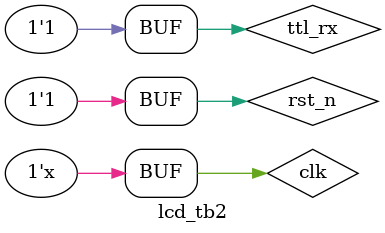
<source format=v>
`timescale 1ns/1ns

module lcd_tb2();

    reg clk;
    reg rst_n;


    wire lcd_spi_sclk;    
    wire lcd_spi_mosi;    
    wire lcd_spi_cs;    
    wire lcd_dc;         
    wire lcd_reset;      
    wire lcd_blk;      
    reg ttl_rx;  
    wire ttl_tx_o;    // 串口发送信号
 

    parameter CLK_CNT = 5'd20;

    initial begin

        clk <= 1'b0; 
        rst_n <= 1'b0;
        #200

        rst_n <= 1'b1;
        ttl_rx <= 1'b1;
        #1000

        ttl_rx <= 1'b0; // 起始
        #200
        ttl_rx <= 1'b1;
        #500
        ttl_rx <= 1'b0;
        #100
        ttl_rx <= 1'b1;  // 高一直到停止
        #2000 

        // 另一个数
        ttl_rx <= 1'b0; // 起始
        #200
        ttl_rx <= 1'b1;
        #500
        ttl_rx <= 1'b0;
        #100
        ttl_rx <= 1'b1;  // 高一直到停止


        
    end

    always #(CLK_CNT/2) clk = ~clk;

    top #(
        .TIME100MS(8'd10),
        .TIME120MS(8'd12),
        .TIME150MS(8'd15),
        .TIMES4MAX(8'd20),
        .BPS_PARAM_RX('d100),
        .BPS_PARAM_TX('d100)

    )top_inst(
        .clk(clk),
        .rst_n(rst_n),
        .lcd_spi_sclk(lcd_spi_sclk),
        .lcd_spi_mosi(lcd_spi_mosi),
        .lcd_spi_cs(lcd_spi_cs),
        .lcd_dc(lcd_dc),
        .lcd_reset(lcd_reset),
        .lcd_blk(lcd_blk),
        .ttl_rx(ttl_rx),
        .ttl_tx_o(ttl_tx_o)
    );
endmodule
</source>
